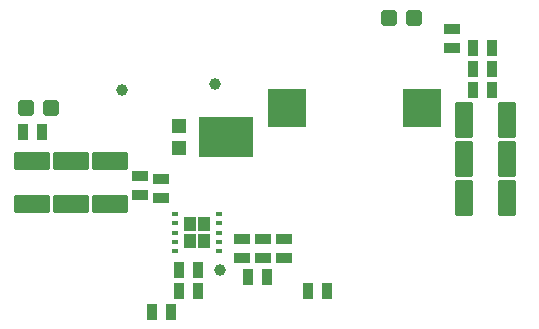
<source format=gtp>
G04*
G04 #@! TF.GenerationSoftware,Altium Limited,Altium Designer,24.5.2 (23)*
G04*
G04 Layer_Color=8421504*
%FSLAX25Y25*%
%MOIN*%
G70*
G04*
G04 #@! TF.SameCoordinates,31380466-C734-4E74-93B1-4E6A1FEF37DE*
G04*
G04*
G04 #@! TF.FilePolarity,Positive*
G04*
G01*
G75*
%ADD16R,0.04134X0.05118*%
%ADD17R,0.05118X0.05118*%
%ADD18R,0.18110X0.13386*%
G04:AMPARAMS|DCode=19|XSize=62.99mil|YSize=118.11mil|CornerRadius=4.72mil|HoleSize=0mil|Usage=FLASHONLY|Rotation=180.000|XOffset=0mil|YOffset=0mil|HoleType=Round|Shape=RoundedRectangle|*
%AMROUNDEDRECTD19*
21,1,0.06299,0.10866,0,0,180.0*
21,1,0.05354,0.11811,0,0,180.0*
1,1,0.00945,-0.02677,0.05433*
1,1,0.00945,0.02677,0.05433*
1,1,0.00945,0.02677,-0.05433*
1,1,0.00945,-0.02677,-0.05433*
%
%ADD19ROUNDEDRECTD19*%
G04:AMPARAMS|DCode=20|XSize=55.12mil|YSize=35.43mil|CornerRadius=2.66mil|HoleSize=0mil|Usage=FLASHONLY|Rotation=270.000|XOffset=0mil|YOffset=0mil|HoleType=Round|Shape=RoundedRectangle|*
%AMROUNDEDRECTD20*
21,1,0.05512,0.03012,0,0,270.0*
21,1,0.04980,0.03543,0,0,270.0*
1,1,0.00532,-0.01506,-0.02490*
1,1,0.00532,-0.01506,0.02490*
1,1,0.00532,0.01506,0.02490*
1,1,0.00532,0.01506,-0.02490*
%
%ADD20ROUNDEDRECTD20*%
G04:AMPARAMS|DCode=21|XSize=55.12mil|YSize=35.43mil|CornerRadius=2.66mil|HoleSize=0mil|Usage=FLASHONLY|Rotation=0.000|XOffset=0mil|YOffset=0mil|HoleType=Round|Shape=RoundedRectangle|*
%AMROUNDEDRECTD21*
21,1,0.05512,0.03012,0,0,0.0*
21,1,0.04980,0.03543,0,0,0.0*
1,1,0.00532,0.02490,-0.01506*
1,1,0.00532,-0.02490,-0.01506*
1,1,0.00532,-0.02490,0.01506*
1,1,0.00532,0.02490,0.01506*
%
%ADD21ROUNDEDRECTD21*%
%ADD22C,0.03937*%
%ADD23R,0.12992X0.12500*%
G04:AMPARAMS|DCode=24|XSize=51.18mil|YSize=51.18mil|CornerRadius=5.12mil|HoleSize=0mil|Usage=FLASHONLY|Rotation=180.000|XOffset=0mil|YOffset=0mil|HoleType=Round|Shape=RoundedRectangle|*
%AMROUNDEDRECTD24*
21,1,0.05118,0.04095,0,0,180.0*
21,1,0.04095,0.05118,0,0,180.0*
1,1,0.01024,-0.02047,0.02047*
1,1,0.01024,0.02047,0.02047*
1,1,0.01024,0.02047,-0.02047*
1,1,0.01024,-0.02047,-0.02047*
%
%ADD24ROUNDEDRECTD24*%
%ADD25R,0.00433X0.02008*%
%ADD26R,0.02362X0.01181*%
G04:AMPARAMS|DCode=27|XSize=62.99mil|YSize=118.11mil|CornerRadius=4.72mil|HoleSize=0mil|Usage=FLASHONLY|Rotation=270.000|XOffset=0mil|YOffset=0mil|HoleType=Round|Shape=RoundedRectangle|*
%AMROUNDEDRECTD27*
21,1,0.06299,0.10866,0,0,270.0*
21,1,0.05354,0.11811,0,0,270.0*
1,1,0.00945,-0.05433,-0.02677*
1,1,0.00945,-0.05433,0.02677*
1,1,0.00945,0.05433,0.02677*
1,1,0.00945,0.05433,-0.02677*
%
%ADD27ROUNDEDRECTD27*%
D16*
X84439Y66353D02*
D03*
Y60447D02*
D03*
X89361Y66353D02*
D03*
Y60447D02*
D03*
D17*
X81000Y91677D02*
D03*
Y99000D02*
D03*
D18*
X96551Y95339D02*
D03*
D19*
X190087Y88000D02*
D03*
X175913D02*
D03*
X190087Y101000D02*
D03*
X175913D02*
D03*
Y75000D02*
D03*
X190087D02*
D03*
D20*
X78248Y37000D02*
D03*
X71752D02*
D03*
X178752Y111000D02*
D03*
X185248D02*
D03*
Y118000D02*
D03*
X178752D02*
D03*
X130348Y44000D02*
D03*
X123852D02*
D03*
X103752Y48500D02*
D03*
X110248D02*
D03*
X87248Y44000D02*
D03*
X80752D02*
D03*
X28752Y97000D02*
D03*
X35248D02*
D03*
X87248Y51000D02*
D03*
X80752D02*
D03*
X185248Y125000D02*
D03*
X178752D02*
D03*
D21*
X68000Y82248D02*
D03*
Y75752D02*
D03*
X172000Y131248D02*
D03*
Y124752D02*
D03*
X109000Y61248D02*
D03*
Y54752D02*
D03*
X102000Y61248D02*
D03*
Y54752D02*
D03*
X75000Y81248D02*
D03*
Y74752D02*
D03*
X116000Y61248D02*
D03*
Y54752D02*
D03*
D22*
X93000Y113000D02*
D03*
X94500Y51000D02*
D03*
X62000Y111000D02*
D03*
D23*
X117000Y104900D02*
D03*
X162000D02*
D03*
D24*
X159134Y135000D02*
D03*
X150866D02*
D03*
X38134Y105000D02*
D03*
X29866D02*
D03*
D25*
X86900Y63400D02*
D03*
D26*
X79420Y69699D02*
D03*
Y66550D02*
D03*
Y63400D02*
D03*
Y60250D02*
D03*
Y57101D02*
D03*
X94380Y69699D02*
D03*
Y66550D02*
D03*
Y63400D02*
D03*
Y60250D02*
D03*
Y57101D02*
D03*
D27*
X32000Y72913D02*
D03*
Y87087D02*
D03*
X45000Y72913D02*
D03*
Y87087D02*
D03*
X58000Y72913D02*
D03*
Y87087D02*
D03*
M02*

</source>
